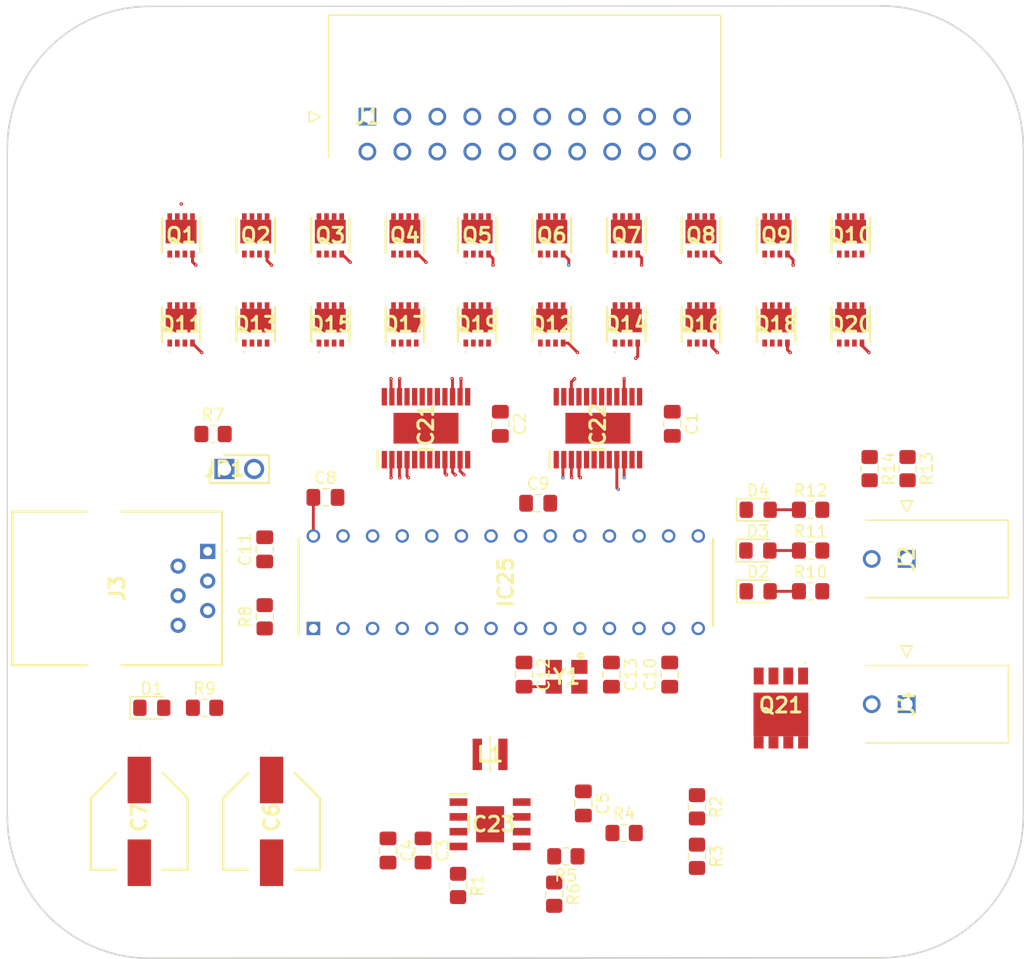
<source format=kicad_pcb>
(kicad_pcb (version 20221018) (generator pcbnew)

  (general
    (thickness 1.6)
  )

  (paper "A4")
  (layers
    (0 "F.Cu" signal)
    (1 "In1.Cu" signal)
    (2 "In2.Cu" signal)
    (31 "B.Cu" signal)
    (32 "B.Adhes" user "B.Adhesive")
    (33 "F.Adhes" user "F.Adhesive")
    (34 "B.Paste" user)
    (35 "F.Paste" user)
    (36 "B.SilkS" user "B.Silkscreen")
    (37 "F.SilkS" user "F.Silkscreen")
    (38 "B.Mask" user)
    (39 "F.Mask" user)
    (40 "Dwgs.User" user "User.Drawings")
    (41 "Cmts.User" user "User.Comments")
    (42 "Eco1.User" user "User.Eco1")
    (43 "Eco2.User" user "User.Eco2")
    (44 "Edge.Cuts" user)
    (45 "Margin" user)
    (46 "B.CrtYd" user "B.Courtyard")
    (47 "F.CrtYd" user "F.Courtyard")
    (48 "B.Fab" user)
    (49 "F.Fab" user)
    (50 "User.1" user)
    (51 "User.2" user)
    (52 "User.3" user)
    (53 "User.4" user)
    (54 "User.5" user)
    (55 "User.6" user)
    (56 "User.7" user)
    (57 "User.8" user)
    (58 "User.9" user)
  )

  (setup
    (stackup
      (layer "F.SilkS" (type "Top Silk Screen"))
      (layer "F.Paste" (type "Top Solder Paste"))
      (layer "F.Mask" (type "Top Solder Mask") (thickness 0.01))
      (layer "F.Cu" (type "copper") (thickness 0.035))
      (layer "dielectric 1" (type "prepreg") (thickness 0.1) (material "FR4") (epsilon_r 4.5) (loss_tangent 0.02))
      (layer "In1.Cu" (type "copper") (thickness 0.035))
      (layer "dielectric 2" (type "prepreg") (thickness 1.24) (material "FR4") (epsilon_r 4.5) (loss_tangent 0.02))
      (layer "In2.Cu" (type "copper") (thickness 0.035))
      (layer "dielectric 3" (type "prepreg") (thickness 0.1) (material "FR4") (epsilon_r 4.5) (loss_tangent 0.02))
      (layer "B.Cu" (type "copper") (thickness 0.035))
      (layer "B.Mask" (type "Bottom Solder Mask") (thickness 0.01))
      (layer "B.Paste" (type "Bottom Solder Paste"))
      (layer "B.SilkS" (type "Bottom Silk Screen"))
      (copper_finish "None")
      (dielectric_constraints no)
    )
    (pad_to_mask_clearance 0)
    (pcbplotparams
      (layerselection 0x00010fc_ffffffff)
      (plot_on_all_layers_selection 0x0000000_00000000)
      (disableapertmacros false)
      (usegerberextensions false)
      (usegerberattributes true)
      (usegerberadvancedattributes true)
      (creategerberjobfile true)
      (dashed_line_dash_ratio 12.000000)
      (dashed_line_gap_ratio 3.000000)
      (svgprecision 4)
      (plotframeref false)
      (viasonmask false)
      (mode 1)
      (useauxorigin false)
      (hpglpennumber 1)
      (hpglpenspeed 20)
      (hpglpendiameter 15.000000)
      (dxfpolygonmode true)
      (dxfimperialunits true)
      (dxfusepcbnewfont true)
      (psnegative false)
      (psa4output false)
      (plotreference true)
      (plotvalue true)
      (plotinvisibletext false)
      (sketchpadsonfab false)
      (subtractmaskfromsilk false)
      (outputformat 1)
      (mirror false)
      (drillshape 1)
      (scaleselection 1)
      (outputdirectory "")
    )
  )

  (net 0 "")
  (net 1 "+24V")
  (net 2 "GND")
  (net 3 "Net-(IC23-SW)")
  (net 4 "Net-(IC23-BOOT)")
  (net 5 "+5V")
  (net 6 "Net-(IC25-VCAP_OR_VDDCORE)")
  (net 7 "Net-(IC25-VDD)")
  (net 8 "Net-(JP1-B)")
  (net 9 "Net-(IC25-OSCI{slash}CLKI{slash}AN13{slash}CN30{slash}RA2)")
  (net 10 "Net-(IC25-OSCO{slash}CLKO{slash}AN14{slash}CN29{slash}RA3)")
  (net 11 "Net-(D1-A)")
  (net 12 "Net-(D2-K)")
  (net 13 "Net-(D2-A)")
  (net 14 "Net-(D3-K)")
  (net 15 "Net-(D3-A)")
  (net 16 "Net-(D4-K)")
  (net 17 "Net-(D4-A)")
  (net 18 "/Gate 1")
  (net 19 "/Gate 5")
  (net 20 "/Gate 7")
  (net 21 "SPI_MOSI")
  (net 22 "SPI_CHAIN")
  (net 23 "/Gate 9")
  (net 24 "/Gate 6")
  (net 25 "/Gate 4")
  (net 26 "/Gate 3")
  (net 27 "/Gate 10")
  (net 28 "unconnected-(IC21-OUT11-Pad17)")
  (net 29 "unconnected-(IC21-OUT12-Pad18)")
  (net 30 "SPI_SS")
  (net 31 "SPI_SCLK")
  (net 32 "/Gate 8")
  (net 33 "/Gate 2")
  (net 34 "/Gate 11")
  (net 35 "/Gate 15")
  (net 36 "/Gate 17")
  (net 37 "SPI_MISO")
  (net 38 "/Gate 19")
  (net 39 "/Gate 16")
  (net 40 "/Gate 14")
  (net 41 "/Gate 13")
  (net 42 "/Gate 20")
  (net 43 "unconnected-(IC22-OUT11-Pad17)")
  (net 44 "unconnected-(IC22-OUT12-Pad18)")
  (net 45 "/Gate 18")
  (net 46 "/Gate 12")
  (net 47 "Net-(IC23-EN)")
  (net 48 "Net-(IC23-RT{slash}SYNC)")
  (net 49 "Net-(IC23-FB)")
  (net 50 "Net-(IC23-PG)")
  (net 51 "Net-(IC25-MCLR{slash}VPP{slash}RA5)")
  (net 52 "unconnected-(IC25-CVREF+{slash}VREF+{slash}DAC1REF+{slash}AN0{slash}C3INC{slash}CN2{slash}RA0-Pad2)")
  (net 53 "unconnected-(IC25-CVREF-{slash}VREF-{slash}AN1{slash}RA1-Pad3)")
  (net 54 "PGD")
  (net 55 "PGC")
  (net 56 "I2C_SDA")
  (net 57 "I2C_SCLK")
  (net 58 "unconnected-(IC25-SOSCI{slash}AN15{slash}~{U2RTS}{slash}U2BCLK{slash}CN1{slash}RB4-Pad11)")
  (net 59 "unconnected-(IC25-SOSCO{slash}SCLKI{slash}AN16{slash}PWRLCLK{slash}~{U2CTS}{slash}CN0{slash}RA4-Pad12)")
  (net 60 "unconnected-(IC25-PGED3{slash}AN17{slash}ASDA1{slash}SCK2{slash}IC4{slash}OC1E{slash}CLCINA{slash}CN27{slash}RB5-Pad14)")
  (net 61 "unconnected-(IC25-AN21{slash}SDA1{slash}T1CK{slash}U1RTS{slash}U1BCLK{slash}IC2{slash}OC4{slash}CLC1O{slash}CTED4{slash}CN21{slash}RB9-Pad18)")
  (net 62 "unconnected-(IC25-SDI2{slash}IC1{slash}OC5{slash}CLC2O{slash}CTED3{slash}CN9{slash}RA7-Pad19)")
  (net 63 "unconnected-(IC25-DAC1OUT{slash}AN12{slash}HLVDIN{slash}~{SS2}{slash}IC3{slash}OC2B{slash}CTED2{slash}INT2{slash}CN14{slash}RB12-Pad23)")
  (net 64 "unconnected-(IC25-DAC2OUT{slash}CVREF{slash}OA1IND{slash}OA2IND{slash}AN10{slash}C3INB{slash}RTCC{slash}C1OUT{slash}OCFA{slash}CTED5{slash}INT1{slash}CN12{slash}RB14-Pad25)")
  (net 65 "/Coil 1")
  (net 66 "/Coil 2")
  (net 67 "/Coil 3")
  (net 68 "/Coil 4")
  (net 69 "/Coil 5")
  (net 70 "/Coil 6")
  (net 71 "/Coil 7")
  (net 72 "/Coil 8")
  (net 73 "/Coil 9")
  (net 74 "/Coil 10")
  (net 75 "/Coil 11")
  (net 76 "/Coil 12")
  (net 77 "/Coil 13")
  (net 78 "/Coil 14")
  (net 79 "/Coil 15")
  (net 80 "/Coil 16")
  (net 81 "/Coil 17")
  (net 82 "/Coil 18")
  (net 83 "/Coil 19")
  (net 84 "/Coil 20")
  (net 85 "MCLR")
  (net 86 "unconnected-(J3-Pad6)")
  (net 87 "Net-(J4-Pin_2)")

  (footprint "Library:HDRV2W67P0X254_1X2_508X241X858P" (layer "F.Cu") (at 98.46 104.5))

  (footprint "Library:PXP01530QLJ" (layer "F.Cu") (at 113.94 92.09))

  (footprint "Capacitor_SMD:C_0805_2012Metric_Pad1.18x1.45mm_HandSolder" (layer "F.Cu") (at 101.91 111.4005 90))

  (footprint "Capacitor_SMD:C_0805_2012Metric_Pad1.18x1.45mm_HandSolder" (layer "F.Cu") (at 107.1225 106.938))

  (footprint "Capacitor_SMD:C_0805_2012Metric_Pad1.18x1.45mm_HandSolder" (layer "F.Cu") (at 115.5 137.25 -90))

  (footprint "Library:PXP01530QLJ" (layer "F.Cu") (at 113.94 84.45))

  (footprint "Library:EEHZT1E331UP" (layer "F.Cu") (at 102.5 134.75 -90))

  (footprint "Capacitor_SMD:C_0805_2012Metric_Pad1.18x1.45mm_HandSolder" (layer "F.Cu") (at 124.16 122.1505 -90))

  (footprint "Library:PXP01530QLJ" (layer "F.Cu") (at 132.94 84.45))

  (footprint "Library:PXP01530QLJ" (layer "F.Cu") (at 101.14 84.45))

  (footprint "Library:EEHZT1E331UP" (layer "F.Cu") (at 91.15 134.75 -90))

  (footprint "Resistor_SMD:R_0805_2012Metric_Pad1.20x1.40mm_HandSolder" (layer "F.Cu") (at 118.5 140.25 -90))

  (footprint "Capacitor_SMD:C_0805_2012Metric_Pad1.18x1.45mm_HandSolder" (layer "F.Cu") (at 125.3725 107.438))

  (footprint "Library:PXP01530QLJ" (layer "F.Cu") (at 107.54 92.09))

  (footprint "Capacitor_SMD:C_0805_2012Metric_Pad1.18x1.45mm_HandSolder" (layer "F.Cu") (at 131.66 122.1505 -90))

  (footprint "Resistor_SMD:R_0805_2012Metric_Pad1.20x1.40mm_HandSolder" (layer "F.Cu") (at 139 137.75 -90))

  (footprint "Library:PXP01530QLJ" (layer "F.Cu") (at 145.785 92.09))

  (footprint "LED_SMD:LED_0805_2012Metric_Pad1.15x1.40mm_HandSolder" (layer "F.Cu") (at 92.225 125))

  (footprint "Capacitor_SMD:C_0805_2012Metric_Pad1.18x1.45mm_HandSolder" (layer "F.Cu") (at 122.13 100.6225 -90))

  (footprint "Library:PXP01530QLJ" (layer "F.Cu") (at 152.185 92.09))

  (footprint "Library:PXP01530QLJ" (layer "F.Cu") (at 120.14 84.45))

  (footprint "Resistor_SMD:R_0805_2012Metric_Pad1.20x1.40mm_HandSolder" (layer "F.Cu") (at 139 133.5 -90))

  (footprint "Resistor_SMD:R_0805_2012Metric_Pad1.20x1.40mm_HandSolder" (layer "F.Cu") (at 148.75 111.5))

  (footprint "Library:LQH3NPN100MMEL" (layer "F.Cu") (at 121.25 129 180))

  (footprint "Library:DIP794W56P254L3486H508Q28N" (layer "F.Cu") (at 122.6 114.219 90))

  (footprint "Resistor_SMD:R_0805_2012Metric_Pad1.20x1.40mm_HandSolder" (layer "F.Cu") (at 153.8146 104.47175 -90))

  (footprint "Capacitor_SMD:C_0805_2012Metric_Pad1.18x1.45mm_HandSolder" (layer "F.Cu") (at 136.66 122.1505 90))

  (footprint "Resistor_SMD:R_0805_2012Metric_Pad1.20x1.40mm_HandSolder" (layer "F.Cu") (at 132.75 135.75))

  (footprint "Capacitor_SMD:C_0805_2012Metric_Pad1.18x1.45mm_HandSolder" (layer "F.Cu") (at 136.88 100.6225 -90))

  (footprint "Resistor_SMD:R_0805_2012Metric_Pad1.20x1.40mm_HandSolder" (layer "F.Cu") (at 148.75 108))

  (footprint "Library:PXP01530QLJ" (layer "F.Cu") (at 94.74 84.45))

  (footprint "Library:PXP01530QLJ" (layer "F.Cu") (at 139.34 92.09))

  (footprint "Library:43045-02YY" (layer "F.Cu") (at 156.9946 112.22175 90))

  (footprint "Library:ABM8G" (layer "F.Cu") (at 127.81 122.338 180))

  (footprint "Library:PXP01530QLJ" (layer "F.Cu") (at 145.785 84.45))

  (footprint "Library:PXP01530QLJ" (layer "F.Cu") (at 101.14 92.09))

  (footprint "Resistor_SMD:R_0805_2012Metric_Pad1.20x1.40mm_HandSolder" (layer "F.Cu") (at 157.0646 104.47175 -90))

  (footprint "Resistor_SMD:R_0805_2012Metric_Pad1.20x1.40mm_HandSolder" (layer "F.Cu") (at 127.75 137.75 180))

  (footprint "Library:PXP01530QLJ" (layer "F.Cu") (at 120.14 92.09))

  (footprint "Library:PXP01530QLJ" (layer "F.Cu") (at 132.94 92.09))

  (footprint "Library:43045-02YY" (layer "F.Cu") (at 156.9946 124.6935 90))

  (footprint "Library:SOP65P600X170-25N" (layer "F.Cu") (at 115.75 101 90))

  (footprint "Library:SOIC127P600X170-9N" (layer "F.Cu") (at 121.25 135))

  (footprint "Resistor_SMD:R_0805_2012Metric_Pad1.20x1.40mm_HandSolder" (layer "F.Cu")
    (tstamp c339e0b1-8e93-473a-8418-0067830dfcc4)
    (at 126.75 141 -90)
    (descr "Resistor SMD 0805 (2012 Metric), square (rectangular) end terminal, IP
... [115129 chars truncated]
</source>
